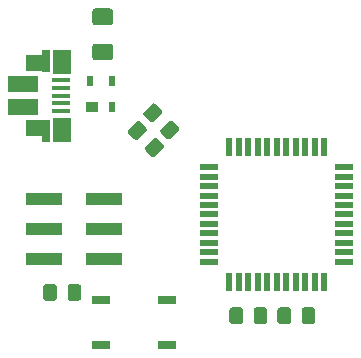
<source format=gbr>
G04 #@! TF.GenerationSoftware,KiCad,Pcbnew,(5.1.5)-3*
G04 #@! TF.CreationDate,2020-12-24T17:13:42-08:00*
G04 #@! TF.ProjectId,edge-key-seventeen,65646765-2d6b-4657-992d-736576656e74,v1.0 rev 1*
G04 #@! TF.SameCoordinates,PX7616b68PY2a640d0*
G04 #@! TF.FileFunction,Paste,Top*
G04 #@! TF.FilePolarity,Positive*
%FSLAX46Y46*%
G04 Gerber Fmt 4.6, Leading zero omitted, Abs format (unit mm)*
G04 Created by KiCad (PCBNEW (5.1.5)-3) date 2020-12-24 17:13:42*
%MOMM*%
%LPD*%
G04 APERTURE LIST*
%ADD10R,3.150000X1.000000*%
%ADD11R,1.524000X0.762000*%
%ADD12C,0.100000*%
%ADD13R,2.500000X1.430000*%
%ADD14R,1.650000X0.400000*%
%ADD15R,1.500000X2.000000*%
%ADD16R,0.700000X1.825000*%
%ADD17R,2.000000X1.350000*%
%ADD18R,0.600000X0.900000*%
%ADD19R,1.000000X0.900000*%
%ADD20R,1.500000X0.550000*%
%ADD21R,0.550000X1.500000*%
G04 APERTURE END LIST*
D10*
G04 #@! TO.C,J2*
X8240000Y-76200000D03*
X3190000Y-76200000D03*
X8240000Y-73660000D03*
X3190000Y-73660000D03*
X8240000Y-71120000D03*
X3190000Y-71120000D03*
G04 #@! TD*
D11*
G04 #@! TO.C,S1*
X13589000Y-83439000D03*
X8001000Y-83439000D03*
X13589000Y-79629000D03*
X8001000Y-79629000D03*
G04 #@! TD*
D12*
G04 #@! TO.C,R4*
G36*
X6073505Y-78295204D02*
G01*
X6097773Y-78298804D01*
X6121572Y-78304765D01*
X6144671Y-78313030D01*
X6166850Y-78323520D01*
X6187893Y-78336132D01*
X6207599Y-78350747D01*
X6225777Y-78367223D01*
X6242253Y-78385401D01*
X6256868Y-78405107D01*
X6269480Y-78426150D01*
X6279970Y-78448329D01*
X6288235Y-78471428D01*
X6294196Y-78495227D01*
X6297796Y-78519495D01*
X6299000Y-78543999D01*
X6299000Y-79444001D01*
X6297796Y-79468505D01*
X6294196Y-79492773D01*
X6288235Y-79516572D01*
X6279970Y-79539671D01*
X6269480Y-79561850D01*
X6256868Y-79582893D01*
X6242253Y-79602599D01*
X6225777Y-79620777D01*
X6207599Y-79637253D01*
X6187893Y-79651868D01*
X6166850Y-79664480D01*
X6144671Y-79674970D01*
X6121572Y-79683235D01*
X6097773Y-79689196D01*
X6073505Y-79692796D01*
X6049001Y-79694000D01*
X5398999Y-79694000D01*
X5374495Y-79692796D01*
X5350227Y-79689196D01*
X5326428Y-79683235D01*
X5303329Y-79674970D01*
X5281150Y-79664480D01*
X5260107Y-79651868D01*
X5240401Y-79637253D01*
X5222223Y-79620777D01*
X5205747Y-79602599D01*
X5191132Y-79582893D01*
X5178520Y-79561850D01*
X5168030Y-79539671D01*
X5159765Y-79516572D01*
X5153804Y-79492773D01*
X5150204Y-79468505D01*
X5149000Y-79444001D01*
X5149000Y-78543999D01*
X5150204Y-78519495D01*
X5153804Y-78495227D01*
X5159765Y-78471428D01*
X5168030Y-78448329D01*
X5178520Y-78426150D01*
X5191132Y-78405107D01*
X5205747Y-78385401D01*
X5222223Y-78367223D01*
X5240401Y-78350747D01*
X5260107Y-78336132D01*
X5281150Y-78323520D01*
X5303329Y-78313030D01*
X5326428Y-78304765D01*
X5350227Y-78298804D01*
X5374495Y-78295204D01*
X5398999Y-78294000D01*
X6049001Y-78294000D01*
X6073505Y-78295204D01*
G37*
G36*
X4023505Y-78295204D02*
G01*
X4047773Y-78298804D01*
X4071572Y-78304765D01*
X4094671Y-78313030D01*
X4116850Y-78323520D01*
X4137893Y-78336132D01*
X4157599Y-78350747D01*
X4175777Y-78367223D01*
X4192253Y-78385401D01*
X4206868Y-78405107D01*
X4219480Y-78426150D01*
X4229970Y-78448329D01*
X4238235Y-78471428D01*
X4244196Y-78495227D01*
X4247796Y-78519495D01*
X4249000Y-78543999D01*
X4249000Y-79444001D01*
X4247796Y-79468505D01*
X4244196Y-79492773D01*
X4238235Y-79516572D01*
X4229970Y-79539671D01*
X4219480Y-79561850D01*
X4206868Y-79582893D01*
X4192253Y-79602599D01*
X4175777Y-79620777D01*
X4157599Y-79637253D01*
X4137893Y-79651868D01*
X4116850Y-79664480D01*
X4094671Y-79674970D01*
X4071572Y-79683235D01*
X4047773Y-79689196D01*
X4023505Y-79692796D01*
X3999001Y-79694000D01*
X3348999Y-79694000D01*
X3324495Y-79692796D01*
X3300227Y-79689196D01*
X3276428Y-79683235D01*
X3253329Y-79674970D01*
X3231150Y-79664480D01*
X3210107Y-79651868D01*
X3190401Y-79637253D01*
X3172223Y-79620777D01*
X3155747Y-79602599D01*
X3141132Y-79582893D01*
X3128520Y-79561850D01*
X3118030Y-79539671D01*
X3109765Y-79516572D01*
X3103804Y-79492773D01*
X3100204Y-79468505D01*
X3099000Y-79444001D01*
X3099000Y-78543999D01*
X3100204Y-78519495D01*
X3103804Y-78495227D01*
X3109765Y-78471428D01*
X3118030Y-78448329D01*
X3128520Y-78426150D01*
X3141132Y-78405107D01*
X3155747Y-78385401D01*
X3172223Y-78367223D01*
X3190401Y-78350747D01*
X3210107Y-78336132D01*
X3231150Y-78323520D01*
X3253329Y-78313030D01*
X3276428Y-78304765D01*
X3300227Y-78298804D01*
X3324495Y-78295204D01*
X3348999Y-78294000D01*
X3999001Y-78294000D01*
X4023505Y-78295204D01*
G37*
G04 #@! TD*
D13*
G04 #@! TO.C,J1*
X1409000Y-63292000D03*
X1409000Y-61372000D03*
D14*
X4559000Y-63632000D03*
X4559000Y-62982000D03*
X4559000Y-62332000D03*
X4559000Y-61682000D03*
X4559000Y-61032000D03*
D15*
X4679000Y-65232000D03*
X4659000Y-59482000D03*
D16*
X3359000Y-65332000D03*
X3359000Y-59382000D03*
D17*
X2609000Y-59602000D03*
X2609000Y-65082000D03*
G04 #@! TD*
D18*
G04 #@! TO.C,D8*
X8951000Y-63330000D03*
X7051000Y-61130000D03*
X8951000Y-61130000D03*
D19*
X7251000Y-63330000D03*
G04 #@! TD*
D12*
G04 #@! TO.C,F1*
G36*
X8777504Y-54951204D02*
G01*
X8801773Y-54954804D01*
X8825571Y-54960765D01*
X8848671Y-54969030D01*
X8870849Y-54979520D01*
X8891893Y-54992133D01*
X8911598Y-55006747D01*
X8929777Y-55023223D01*
X8946253Y-55041402D01*
X8960867Y-55061107D01*
X8973480Y-55082151D01*
X8983970Y-55104329D01*
X8992235Y-55127429D01*
X8998196Y-55151227D01*
X9001796Y-55175496D01*
X9003000Y-55200000D01*
X9003000Y-56125000D01*
X9001796Y-56149504D01*
X8998196Y-56173773D01*
X8992235Y-56197571D01*
X8983970Y-56220671D01*
X8973480Y-56242849D01*
X8960867Y-56263893D01*
X8946253Y-56283598D01*
X8929777Y-56301777D01*
X8911598Y-56318253D01*
X8891893Y-56332867D01*
X8870849Y-56345480D01*
X8848671Y-56355970D01*
X8825571Y-56364235D01*
X8801773Y-56370196D01*
X8777504Y-56373796D01*
X8753000Y-56375000D01*
X7503000Y-56375000D01*
X7478496Y-56373796D01*
X7454227Y-56370196D01*
X7430429Y-56364235D01*
X7407329Y-56355970D01*
X7385151Y-56345480D01*
X7364107Y-56332867D01*
X7344402Y-56318253D01*
X7326223Y-56301777D01*
X7309747Y-56283598D01*
X7295133Y-56263893D01*
X7282520Y-56242849D01*
X7272030Y-56220671D01*
X7263765Y-56197571D01*
X7257804Y-56173773D01*
X7254204Y-56149504D01*
X7253000Y-56125000D01*
X7253000Y-55200000D01*
X7254204Y-55175496D01*
X7257804Y-55151227D01*
X7263765Y-55127429D01*
X7272030Y-55104329D01*
X7282520Y-55082151D01*
X7295133Y-55061107D01*
X7309747Y-55041402D01*
X7326223Y-55023223D01*
X7344402Y-55006747D01*
X7364107Y-54992133D01*
X7385151Y-54979520D01*
X7407329Y-54969030D01*
X7430429Y-54960765D01*
X7454227Y-54954804D01*
X7478496Y-54951204D01*
X7503000Y-54950000D01*
X8753000Y-54950000D01*
X8777504Y-54951204D01*
G37*
G36*
X8777504Y-57926204D02*
G01*
X8801773Y-57929804D01*
X8825571Y-57935765D01*
X8848671Y-57944030D01*
X8870849Y-57954520D01*
X8891893Y-57967133D01*
X8911598Y-57981747D01*
X8929777Y-57998223D01*
X8946253Y-58016402D01*
X8960867Y-58036107D01*
X8973480Y-58057151D01*
X8983970Y-58079329D01*
X8992235Y-58102429D01*
X8998196Y-58126227D01*
X9001796Y-58150496D01*
X9003000Y-58175000D01*
X9003000Y-59100000D01*
X9001796Y-59124504D01*
X8998196Y-59148773D01*
X8992235Y-59172571D01*
X8983970Y-59195671D01*
X8973480Y-59217849D01*
X8960867Y-59238893D01*
X8946253Y-59258598D01*
X8929777Y-59276777D01*
X8911598Y-59293253D01*
X8891893Y-59307867D01*
X8870849Y-59320480D01*
X8848671Y-59330970D01*
X8825571Y-59339235D01*
X8801773Y-59345196D01*
X8777504Y-59348796D01*
X8753000Y-59350000D01*
X7503000Y-59350000D01*
X7478496Y-59348796D01*
X7454227Y-59345196D01*
X7430429Y-59339235D01*
X7407329Y-59330970D01*
X7385151Y-59320480D01*
X7364107Y-59307867D01*
X7344402Y-59293253D01*
X7326223Y-59276777D01*
X7309747Y-59258598D01*
X7295133Y-59238893D01*
X7282520Y-59217849D01*
X7272030Y-59195671D01*
X7263765Y-59172571D01*
X7257804Y-59148773D01*
X7254204Y-59124504D01*
X7253000Y-59100000D01*
X7253000Y-58175000D01*
X7254204Y-58150496D01*
X7257804Y-58126227D01*
X7263765Y-58102429D01*
X7272030Y-58079329D01*
X7282520Y-58057151D01*
X7295133Y-58036107D01*
X7309747Y-58016402D01*
X7326223Y-57998223D01*
X7344402Y-57981747D01*
X7364107Y-57967133D01*
X7385151Y-57954520D01*
X7407329Y-57944030D01*
X7430429Y-57935765D01*
X7454227Y-57929804D01*
X7478496Y-57926204D01*
X7503000Y-57925000D01*
X8753000Y-57925000D01*
X8777504Y-57926204D01*
G37*
G04 #@! TD*
D20*
G04 #@! TO.C,U1*
X17160000Y-68390000D03*
X17160000Y-69190000D03*
X17160000Y-69990000D03*
X17160000Y-70790000D03*
X17160000Y-71590000D03*
X17160000Y-72390000D03*
X17160000Y-73190000D03*
X17160000Y-73990000D03*
X17160000Y-74790000D03*
X17160000Y-75590000D03*
X17160000Y-76390000D03*
D21*
X18860000Y-78090000D03*
X19660000Y-78090000D03*
X20460000Y-78090000D03*
X21260000Y-78090000D03*
X22060000Y-78090000D03*
X22860000Y-78090000D03*
X23660000Y-78090000D03*
X24460000Y-78090000D03*
X25260000Y-78090000D03*
X26060000Y-78090000D03*
X26860000Y-78090000D03*
D20*
X28560000Y-76390000D03*
X28560000Y-75590000D03*
X28560000Y-74790000D03*
X28560000Y-73990000D03*
X28560000Y-73190000D03*
X28560000Y-72390000D03*
X28560000Y-71590000D03*
X28560000Y-70790000D03*
X28560000Y-69990000D03*
X28560000Y-69190000D03*
X28560000Y-68390000D03*
D21*
X26860000Y-66690000D03*
X26060000Y-66690000D03*
X25260000Y-66690000D03*
X24460000Y-66690000D03*
X23660000Y-66690000D03*
X22860000Y-66690000D03*
X22060000Y-66690000D03*
X21260000Y-66690000D03*
X20460000Y-66690000D03*
X19660000Y-66690000D03*
X18860000Y-66690000D03*
G04 #@! TD*
D12*
G04 #@! TO.C,R3*
G36*
X12469108Y-62994412D02*
G01*
X12493376Y-62998012D01*
X12517175Y-63003973D01*
X12540274Y-63012238D01*
X12562453Y-63022728D01*
X12583496Y-63035340D01*
X12603202Y-63049955D01*
X12621380Y-63066431D01*
X13081001Y-63526052D01*
X13097477Y-63544230D01*
X13112092Y-63563936D01*
X13124704Y-63584979D01*
X13135194Y-63607158D01*
X13143459Y-63630257D01*
X13149420Y-63654056D01*
X13153020Y-63678324D01*
X13154224Y-63702828D01*
X13153020Y-63727332D01*
X13149420Y-63751600D01*
X13143459Y-63775399D01*
X13135194Y-63798498D01*
X13124704Y-63820677D01*
X13112092Y-63841720D01*
X13097477Y-63861426D01*
X13081001Y-63879604D01*
X12444604Y-64516001D01*
X12426426Y-64532477D01*
X12406720Y-64547092D01*
X12385677Y-64559704D01*
X12363498Y-64570194D01*
X12340399Y-64578459D01*
X12316600Y-64584420D01*
X12292332Y-64588020D01*
X12267828Y-64589224D01*
X12243324Y-64588020D01*
X12219056Y-64584420D01*
X12195257Y-64578459D01*
X12172158Y-64570194D01*
X12149979Y-64559704D01*
X12128936Y-64547092D01*
X12109230Y-64532477D01*
X12091052Y-64516001D01*
X11631431Y-64056380D01*
X11614955Y-64038202D01*
X11600340Y-64018496D01*
X11587728Y-63997453D01*
X11577238Y-63975274D01*
X11568973Y-63952175D01*
X11563012Y-63928376D01*
X11559412Y-63904108D01*
X11558208Y-63879604D01*
X11559412Y-63855100D01*
X11563012Y-63830832D01*
X11568973Y-63807033D01*
X11577238Y-63783934D01*
X11587728Y-63761755D01*
X11600340Y-63740712D01*
X11614955Y-63721006D01*
X11631431Y-63702828D01*
X12267828Y-63066431D01*
X12286006Y-63049955D01*
X12305712Y-63035340D01*
X12326755Y-63022728D01*
X12348934Y-63012238D01*
X12372033Y-63003973D01*
X12395832Y-62998012D01*
X12420100Y-62994412D01*
X12444604Y-62993208D01*
X12469108Y-62994412D01*
G37*
G36*
X13918676Y-64443980D02*
G01*
X13942944Y-64447580D01*
X13966743Y-64453541D01*
X13989842Y-64461806D01*
X14012021Y-64472296D01*
X14033064Y-64484908D01*
X14052770Y-64499523D01*
X14070948Y-64515999D01*
X14530569Y-64975620D01*
X14547045Y-64993798D01*
X14561660Y-65013504D01*
X14574272Y-65034547D01*
X14584762Y-65056726D01*
X14593027Y-65079825D01*
X14598988Y-65103624D01*
X14602588Y-65127892D01*
X14603792Y-65152396D01*
X14602588Y-65176900D01*
X14598988Y-65201168D01*
X14593027Y-65224967D01*
X14584762Y-65248066D01*
X14574272Y-65270245D01*
X14561660Y-65291288D01*
X14547045Y-65310994D01*
X14530569Y-65329172D01*
X13894172Y-65965569D01*
X13875994Y-65982045D01*
X13856288Y-65996660D01*
X13835245Y-66009272D01*
X13813066Y-66019762D01*
X13789967Y-66028027D01*
X13766168Y-66033988D01*
X13741900Y-66037588D01*
X13717396Y-66038792D01*
X13692892Y-66037588D01*
X13668624Y-66033988D01*
X13644825Y-66028027D01*
X13621726Y-66019762D01*
X13599547Y-66009272D01*
X13578504Y-65996660D01*
X13558798Y-65982045D01*
X13540620Y-65965569D01*
X13080999Y-65505948D01*
X13064523Y-65487770D01*
X13049908Y-65468064D01*
X13037296Y-65447021D01*
X13026806Y-65424842D01*
X13018541Y-65401743D01*
X13012580Y-65377944D01*
X13008980Y-65353676D01*
X13007776Y-65329172D01*
X13008980Y-65304668D01*
X13012580Y-65280400D01*
X13018541Y-65256601D01*
X13026806Y-65233502D01*
X13037296Y-65211323D01*
X13049908Y-65190280D01*
X13064523Y-65170574D01*
X13080999Y-65152396D01*
X13717396Y-64515999D01*
X13735574Y-64499523D01*
X13755280Y-64484908D01*
X13776323Y-64472296D01*
X13798502Y-64461806D01*
X13821601Y-64453541D01*
X13845400Y-64447580D01*
X13869668Y-64443980D01*
X13894172Y-64442776D01*
X13918676Y-64443980D01*
G37*
G04 #@! TD*
G04 #@! TO.C,R2*
G36*
X11161892Y-64481196D02*
G01*
X11186160Y-64484796D01*
X11209959Y-64490757D01*
X11233058Y-64499022D01*
X11255237Y-64509512D01*
X11276280Y-64522124D01*
X11295986Y-64536739D01*
X11314164Y-64553215D01*
X11773785Y-65012836D01*
X11790261Y-65031014D01*
X11804876Y-65050720D01*
X11817488Y-65071763D01*
X11827978Y-65093942D01*
X11836243Y-65117041D01*
X11842204Y-65140840D01*
X11845804Y-65165108D01*
X11847008Y-65189612D01*
X11845804Y-65214116D01*
X11842204Y-65238384D01*
X11836243Y-65262183D01*
X11827978Y-65285282D01*
X11817488Y-65307461D01*
X11804876Y-65328504D01*
X11790261Y-65348210D01*
X11773785Y-65366388D01*
X11137388Y-66002785D01*
X11119210Y-66019261D01*
X11099504Y-66033876D01*
X11078461Y-66046488D01*
X11056282Y-66056978D01*
X11033183Y-66065243D01*
X11009384Y-66071204D01*
X10985116Y-66074804D01*
X10960612Y-66076008D01*
X10936108Y-66074804D01*
X10911840Y-66071204D01*
X10888041Y-66065243D01*
X10864942Y-66056978D01*
X10842763Y-66046488D01*
X10821720Y-66033876D01*
X10802014Y-66019261D01*
X10783836Y-66002785D01*
X10324215Y-65543164D01*
X10307739Y-65524986D01*
X10293124Y-65505280D01*
X10280512Y-65484237D01*
X10270022Y-65462058D01*
X10261757Y-65438959D01*
X10255796Y-65415160D01*
X10252196Y-65390892D01*
X10250992Y-65366388D01*
X10252196Y-65341884D01*
X10255796Y-65317616D01*
X10261757Y-65293817D01*
X10270022Y-65270718D01*
X10280512Y-65248539D01*
X10293124Y-65227496D01*
X10307739Y-65207790D01*
X10324215Y-65189612D01*
X10960612Y-64553215D01*
X10978790Y-64536739D01*
X10998496Y-64522124D01*
X11019539Y-64509512D01*
X11041718Y-64499022D01*
X11064817Y-64490757D01*
X11088616Y-64484796D01*
X11112884Y-64481196D01*
X11137388Y-64479992D01*
X11161892Y-64481196D01*
G37*
G36*
X12611460Y-65930764D02*
G01*
X12635728Y-65934364D01*
X12659527Y-65940325D01*
X12682626Y-65948590D01*
X12704805Y-65959080D01*
X12725848Y-65971692D01*
X12745554Y-65986307D01*
X12763732Y-66002783D01*
X13223353Y-66462404D01*
X13239829Y-66480582D01*
X13254444Y-66500288D01*
X13267056Y-66521331D01*
X13277546Y-66543510D01*
X13285811Y-66566609D01*
X13291772Y-66590408D01*
X13295372Y-66614676D01*
X13296576Y-66639180D01*
X13295372Y-66663684D01*
X13291772Y-66687952D01*
X13285811Y-66711751D01*
X13277546Y-66734850D01*
X13267056Y-66757029D01*
X13254444Y-66778072D01*
X13239829Y-66797778D01*
X13223353Y-66815956D01*
X12586956Y-67452353D01*
X12568778Y-67468829D01*
X12549072Y-67483444D01*
X12528029Y-67496056D01*
X12505850Y-67506546D01*
X12482751Y-67514811D01*
X12458952Y-67520772D01*
X12434684Y-67524372D01*
X12410180Y-67525576D01*
X12385676Y-67524372D01*
X12361408Y-67520772D01*
X12337609Y-67514811D01*
X12314510Y-67506546D01*
X12292331Y-67496056D01*
X12271288Y-67483444D01*
X12251582Y-67468829D01*
X12233404Y-67452353D01*
X11773783Y-66992732D01*
X11757307Y-66974554D01*
X11742692Y-66954848D01*
X11730080Y-66933805D01*
X11719590Y-66911626D01*
X11711325Y-66888527D01*
X11705364Y-66864728D01*
X11701764Y-66840460D01*
X11700560Y-66815956D01*
X11701764Y-66791452D01*
X11705364Y-66767184D01*
X11711325Y-66743385D01*
X11719590Y-66720286D01*
X11730080Y-66698107D01*
X11742692Y-66677064D01*
X11757307Y-66657358D01*
X11773783Y-66639180D01*
X12410180Y-66002783D01*
X12428358Y-65986307D01*
X12448064Y-65971692D01*
X12469107Y-65959080D01*
X12491286Y-65948590D01*
X12514385Y-65940325D01*
X12538184Y-65934364D01*
X12562452Y-65930764D01*
X12586956Y-65929560D01*
X12611460Y-65930764D01*
G37*
G04 #@! TD*
G04 #@! TO.C,C2*
G36*
X23835505Y-80263704D02*
G01*
X23859773Y-80267304D01*
X23883572Y-80273265D01*
X23906671Y-80281530D01*
X23928850Y-80292020D01*
X23949893Y-80304632D01*
X23969599Y-80319247D01*
X23987777Y-80335723D01*
X24004253Y-80353901D01*
X24018868Y-80373607D01*
X24031480Y-80394650D01*
X24041970Y-80416829D01*
X24050235Y-80439928D01*
X24056196Y-80463727D01*
X24059796Y-80487995D01*
X24061000Y-80512499D01*
X24061000Y-81412501D01*
X24059796Y-81437005D01*
X24056196Y-81461273D01*
X24050235Y-81485072D01*
X24041970Y-81508171D01*
X24031480Y-81530350D01*
X24018868Y-81551393D01*
X24004253Y-81571099D01*
X23987777Y-81589277D01*
X23969599Y-81605753D01*
X23949893Y-81620368D01*
X23928850Y-81632980D01*
X23906671Y-81643470D01*
X23883572Y-81651735D01*
X23859773Y-81657696D01*
X23835505Y-81661296D01*
X23811001Y-81662500D01*
X23160999Y-81662500D01*
X23136495Y-81661296D01*
X23112227Y-81657696D01*
X23088428Y-81651735D01*
X23065329Y-81643470D01*
X23043150Y-81632980D01*
X23022107Y-81620368D01*
X23002401Y-81605753D01*
X22984223Y-81589277D01*
X22967747Y-81571099D01*
X22953132Y-81551393D01*
X22940520Y-81530350D01*
X22930030Y-81508171D01*
X22921765Y-81485072D01*
X22915804Y-81461273D01*
X22912204Y-81437005D01*
X22911000Y-81412501D01*
X22911000Y-80512499D01*
X22912204Y-80487995D01*
X22915804Y-80463727D01*
X22921765Y-80439928D01*
X22930030Y-80416829D01*
X22940520Y-80394650D01*
X22953132Y-80373607D01*
X22967747Y-80353901D01*
X22984223Y-80335723D01*
X23002401Y-80319247D01*
X23022107Y-80304632D01*
X23043150Y-80292020D01*
X23065329Y-80281530D01*
X23088428Y-80273265D01*
X23112227Y-80267304D01*
X23136495Y-80263704D01*
X23160999Y-80262500D01*
X23811001Y-80262500D01*
X23835505Y-80263704D01*
G37*
G36*
X25885505Y-80263704D02*
G01*
X25909773Y-80267304D01*
X25933572Y-80273265D01*
X25956671Y-80281530D01*
X25978850Y-80292020D01*
X25999893Y-80304632D01*
X26019599Y-80319247D01*
X26037777Y-80335723D01*
X26054253Y-80353901D01*
X26068868Y-80373607D01*
X26081480Y-80394650D01*
X26091970Y-80416829D01*
X26100235Y-80439928D01*
X26106196Y-80463727D01*
X26109796Y-80487995D01*
X26111000Y-80512499D01*
X26111000Y-81412501D01*
X26109796Y-81437005D01*
X26106196Y-81461273D01*
X26100235Y-81485072D01*
X26091970Y-81508171D01*
X26081480Y-81530350D01*
X26068868Y-81551393D01*
X26054253Y-81571099D01*
X26037777Y-81589277D01*
X26019599Y-81605753D01*
X25999893Y-81620368D01*
X25978850Y-81632980D01*
X25956671Y-81643470D01*
X25933572Y-81651735D01*
X25909773Y-81657696D01*
X25885505Y-81661296D01*
X25861001Y-81662500D01*
X25210999Y-81662500D01*
X25186495Y-81661296D01*
X25162227Y-81657696D01*
X25138428Y-81651735D01*
X25115329Y-81643470D01*
X25093150Y-81632980D01*
X25072107Y-81620368D01*
X25052401Y-81605753D01*
X25034223Y-81589277D01*
X25017747Y-81571099D01*
X25003132Y-81551393D01*
X24990520Y-81530350D01*
X24980030Y-81508171D01*
X24971765Y-81485072D01*
X24965804Y-81461273D01*
X24962204Y-81437005D01*
X24961000Y-81412501D01*
X24961000Y-80512499D01*
X24962204Y-80487995D01*
X24965804Y-80463727D01*
X24971765Y-80439928D01*
X24980030Y-80416829D01*
X24990520Y-80394650D01*
X25003132Y-80373607D01*
X25017747Y-80353901D01*
X25034223Y-80335723D01*
X25052401Y-80319247D01*
X25072107Y-80304632D01*
X25093150Y-80292020D01*
X25115329Y-80281530D01*
X25138428Y-80273265D01*
X25162227Y-80267304D01*
X25186495Y-80263704D01*
X25210999Y-80262500D01*
X25861001Y-80262500D01*
X25885505Y-80263704D01*
G37*
G04 #@! TD*
G04 #@! TO.C,C1*
G36*
X21821505Y-80263704D02*
G01*
X21845773Y-80267304D01*
X21869572Y-80273265D01*
X21892671Y-80281530D01*
X21914850Y-80292020D01*
X21935893Y-80304632D01*
X21955599Y-80319247D01*
X21973777Y-80335723D01*
X21990253Y-80353901D01*
X22004868Y-80373607D01*
X22017480Y-80394650D01*
X22027970Y-80416829D01*
X22036235Y-80439928D01*
X22042196Y-80463727D01*
X22045796Y-80487995D01*
X22047000Y-80512499D01*
X22047000Y-81412501D01*
X22045796Y-81437005D01*
X22042196Y-81461273D01*
X22036235Y-81485072D01*
X22027970Y-81508171D01*
X22017480Y-81530350D01*
X22004868Y-81551393D01*
X21990253Y-81571099D01*
X21973777Y-81589277D01*
X21955599Y-81605753D01*
X21935893Y-81620368D01*
X21914850Y-81632980D01*
X21892671Y-81643470D01*
X21869572Y-81651735D01*
X21845773Y-81657696D01*
X21821505Y-81661296D01*
X21797001Y-81662500D01*
X21146999Y-81662500D01*
X21122495Y-81661296D01*
X21098227Y-81657696D01*
X21074428Y-81651735D01*
X21051329Y-81643470D01*
X21029150Y-81632980D01*
X21008107Y-81620368D01*
X20988401Y-81605753D01*
X20970223Y-81589277D01*
X20953747Y-81571099D01*
X20939132Y-81551393D01*
X20926520Y-81530350D01*
X20916030Y-81508171D01*
X20907765Y-81485072D01*
X20901804Y-81461273D01*
X20898204Y-81437005D01*
X20897000Y-81412501D01*
X20897000Y-80512499D01*
X20898204Y-80487995D01*
X20901804Y-80463727D01*
X20907765Y-80439928D01*
X20916030Y-80416829D01*
X20926520Y-80394650D01*
X20939132Y-80373607D01*
X20953747Y-80353901D01*
X20970223Y-80335723D01*
X20988401Y-80319247D01*
X21008107Y-80304632D01*
X21029150Y-80292020D01*
X21051329Y-80281530D01*
X21074428Y-80273265D01*
X21098227Y-80267304D01*
X21122495Y-80263704D01*
X21146999Y-80262500D01*
X21797001Y-80262500D01*
X21821505Y-80263704D01*
G37*
G36*
X19771505Y-80263704D02*
G01*
X19795773Y-80267304D01*
X19819572Y-80273265D01*
X19842671Y-80281530D01*
X19864850Y-80292020D01*
X19885893Y-80304632D01*
X19905599Y-80319247D01*
X19923777Y-80335723D01*
X19940253Y-80353901D01*
X19954868Y-80373607D01*
X19967480Y-80394650D01*
X19977970Y-80416829D01*
X19986235Y-80439928D01*
X19992196Y-80463727D01*
X19995796Y-80487995D01*
X19997000Y-80512499D01*
X19997000Y-81412501D01*
X19995796Y-81437005D01*
X19992196Y-81461273D01*
X19986235Y-81485072D01*
X19977970Y-81508171D01*
X19967480Y-81530350D01*
X19954868Y-81551393D01*
X19940253Y-81571099D01*
X19923777Y-81589277D01*
X19905599Y-81605753D01*
X19885893Y-81620368D01*
X19864850Y-81632980D01*
X19842671Y-81643470D01*
X19819572Y-81651735D01*
X19795773Y-81657696D01*
X19771505Y-81661296D01*
X19747001Y-81662500D01*
X19096999Y-81662500D01*
X19072495Y-81661296D01*
X19048227Y-81657696D01*
X19024428Y-81651735D01*
X19001329Y-81643470D01*
X18979150Y-81632980D01*
X18958107Y-81620368D01*
X18938401Y-81605753D01*
X18920223Y-81589277D01*
X18903747Y-81571099D01*
X18889132Y-81551393D01*
X18876520Y-81530350D01*
X18866030Y-81508171D01*
X18857765Y-81485072D01*
X18851804Y-81461273D01*
X18848204Y-81437005D01*
X18847000Y-81412501D01*
X18847000Y-80512499D01*
X18848204Y-80487995D01*
X18851804Y-80463727D01*
X18857765Y-80439928D01*
X18866030Y-80416829D01*
X18876520Y-80394650D01*
X18889132Y-80373607D01*
X18903747Y-80353901D01*
X18920223Y-80335723D01*
X18938401Y-80319247D01*
X18958107Y-80304632D01*
X18979150Y-80292020D01*
X19001329Y-80281530D01*
X19024428Y-80273265D01*
X19048227Y-80267304D01*
X19072495Y-80263704D01*
X19096999Y-80262500D01*
X19747001Y-80262500D01*
X19771505Y-80263704D01*
G37*
G04 #@! TD*
M02*

</source>
